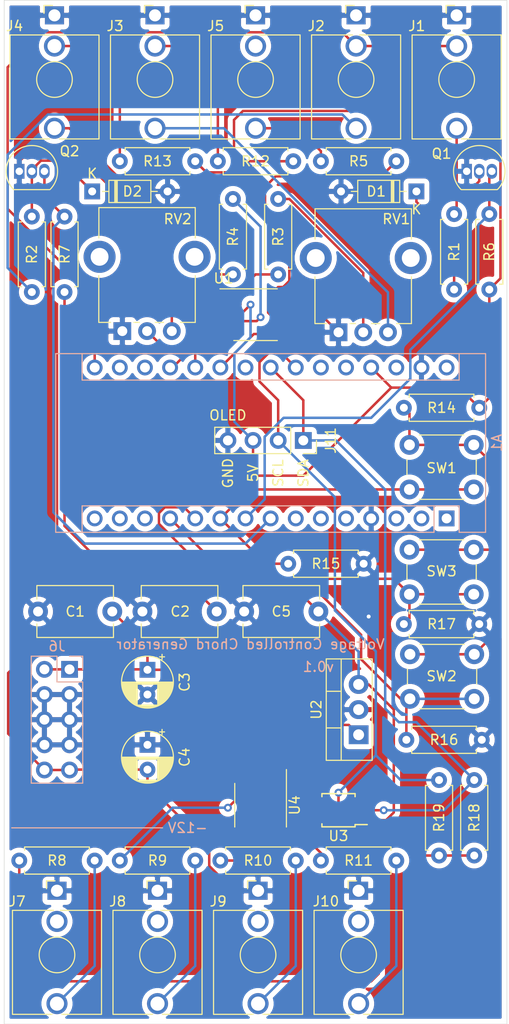
<source format=kicad_pcb>
(kicad_pcb (version 20171130) (host pcbnew 5.1.10-1.fc33)
  (layers (0 F.Cu signal) (31 B.Cu signal) (34 B.Paste user) (35 F.Paste user) (36 B.SilkS user) (37 F.SilkS user) (38 B.Mask user) (39 F.Mask user) (44 Edge.Cuts user))
  (net 0 "")
  (net 1 GND)
  (net 2 +5V)
  (net 3 melodyClock)
  (net 4 SCL)
  (net 5 chordClock)
  (net 6 SDA)
  (net 7 melody)
  (net 8 octave)
  (net 9 chord)
  (net 10 +12V)
  (net 11 -12V)
  (net 12 "Net-(D1-Pad1)")
  (net 13 "Net-(D2-Pad1)")
  (net 14 "Net-(J1-PadT)")
  (net 15 "Net-(J2-PadT)")
  (net 16 "Net-(J3-PadT)")
  (net 17 "Net-(J3-PadTN)")
  (net 18 "Net-(J4-PadT)")
  (net 19 "Net-(J4-PadTN)")
  (net 20 "Net-(J5-PadT)")
  (net 21 "Net-(J7-PadT)")
  (net 22 "Net-(J8-PadT)")
  (net 23 "Net-(J9-PadT)")
  (net 24 "Net-(J10-PadT)")
  (net 25 "Net-(R3-Pad2)")
  (net 26 "Net-(R3-Pad1)")
  (net 27 "Net-(R4-Pad2)")
  (net 28 "Net-(R4-Pad1)")
  (net 29 "Net-(R5-Pad1)")
  (net 30 "Net-(R8-Pad2)")
  (net 31 "Net-(R9-Pad2)")
  (net 32 "Net-(R10-Pad2)")
  (net 33 "Net-(R11-Pad2)")
  (net 34 "Net-(U1-Pad13)")
  (net 35 quant)
  (net 36 chord2)
  (net 37 chord1)
  (net 38 root)
  (net 39 defaultClock)
  (net 40 is_minor)
  (net 41 key_down)
  (net 42 key_up)
  (net 43 "Net-(R14-Pad1)")
  (module Resistor_THT:R_Axial_DIN0207_L6.3mm_D2.5mm_P7.62mm_Horizontal (layer F.Cu) (at 221.742 102.87 270)
    (fp_text reference R19 (at 3.81 0 90) (layer F.SilkS))
    (fp_text value 100K)
    (pad 2 thru_hole oval (at 7.62 0 270) (size 1.6 1.6) (drill 0.8) (layers *.Cu *.Mask) (net 2 +5V))
    (pad 1 thru_hole circle (at 0 0 270) (size 1.6 1.6) (drill 0.8) (layers *.Cu *.Mask) (net 4 SCL))
  )
  (module Resistor_THT:R_Axial_DIN0207_L6.3mm_D2.5mm_P7.62mm_Horizontal (layer F.Cu) (at 225.298 102.87 270)
    (fp_text reference R18 (at 3.81 0 90) (layer F.SilkS))
    (fp_text value 100K)
    (pad 2 thru_hole oval (at 7.62 0 270) (size 1.6 1.6) (drill 0.8) (layers *.Cu *.Mask) (net 2 +5V))
    (pad 1 thru_hole circle (at 0 0 270) (size 1.6 1.6) (drill 0.8) (layers *.Cu *.Mask) (net 6 SDA))
  )
  (module Connector_Audio:Jack_3.5mm_QingPu_WQP-PJ398SM_Vertical_CircularHoles (layer F.Cu) (at 213.36 25.654)
    (fp_text reference J2 (at -4.03 1.08 180) (layer F.SilkS))
    (fp_text value ChordClock)
    (pad T thru_hole circle (at 0 11.4 180) (size 2.13 2.13) (drill 1.43) (layers *.Cu *.Mask) (net 15 "Net-(J2-PadT)"))
    (pad S thru_hole rect (at 0 0 180) (size 1.93 1.83) (drill 1.22) (layers *.Cu *.Mask) (net 1 GND))
    (pad TN thru_hole circle (at 0 3.1 180) (size 2.13 2.13) (drill 1.42) (layers *.Cu *.Mask) (net 39 defaultClock))
  )
  (module Connector_Audio:Jack_3.5mm_QingPu_WQP-PJ398SM_Vertical_CircularHoles (layer F.Cu) (at 223.52 25.654)
    (fp_text reference J1 (at -4.03 1.08 180) (layer F.SilkS))
    (fp_text value MelodyClock)
    (pad T thru_hole circle (at 0 11.4 180) (size 2.13 2.13) (drill 1.43) (layers *.Cu *.Mask) (net 14 "Net-(J1-PadT)"))
    (pad S thru_hole rect (at 0 0 180) (size 1.93 1.83) (drill 1.22) (layers *.Cu *.Mask) (net 1 GND))
    (pad TN thru_hole circle (at 0 3.1 180) (size 2.13 2.13) (drill 1.42) (layers *.Cu *.Mask) (net 39 defaultClock))
  )
  (module Button_Switch_THT:SW_PUSH_6mm (layer F.Cu) (at 218.75 79.61)
    (fp_text reference SW3 (at 3.246 2.178) (layer F.SilkS))
    (fp_text value is_minor)
    (pad 1 thru_hole circle (at 6.5 0 90) (size 2 2) (drill 1.1) (layers *.Cu *.Mask) (net 43 "Net-(R14-Pad1)"))
    (pad 2 thru_hole circle (at 6.5 4.5 90) (size 2 2) (drill 1.1) (layers *.Cu *.Mask) (net 40 is_minor))
    (pad 1 thru_hole circle (at 0 0 90) (size 2 2) (drill 1.1) (layers *.Cu *.Mask) (net 43 "Net-(R14-Pad1)"))
    (pad 2 thru_hole circle (at 0 4.5 90) (size 2 2) (drill 1.1) (layers *.Cu *.Mask) (net 40 is_minor))
  )
  (module Button_Switch_THT:SW_PUSH_6mm (layer F.Cu) (at 218.798 90.17)
    (fp_text reference SW2 (at 3.198 2.214) (layer F.SilkS))
    (fp_text value Key_down)
    (pad 1 thru_hole circle (at 6.5 0 90) (size 2 2) (drill 1.1) (layers *.Cu *.Mask) (net 43 "Net-(R14-Pad1)"))
    (pad 2 thru_hole circle (at 6.5 4.5 90) (size 2 2) (drill 1.1) (layers *.Cu *.Mask) (net 41 key_down))
    (pad 1 thru_hole circle (at 0 0 90) (size 2 2) (drill 1.1) (layers *.Cu *.Mask) (net 43 "Net-(R14-Pad1)"))
    (pad 2 thru_hole circle (at 0 4.5 90) (size 2 2) (drill 1.1) (layers *.Cu *.Mask) (net 41 key_down))
  )
  (module Button_Switch_THT:SW_PUSH_6mm (layer F.Cu) (at 218.75 69.028)
    (fp_text reference SW1 (at 3.246 2.346) (layer F.SilkS))
    (fp_text value Key_Up)
    (pad 1 thru_hole circle (at 6.5 0 90) (size 2 2) (drill 1.1) (layers *.Cu *.Mask) (net 43 "Net-(R14-Pad1)"))
    (pad 2 thru_hole circle (at 6.5 4.5 90) (size 2 2) (drill 1.1) (layers *.Cu *.Mask) (net 42 key_up))
    (pad 1 thru_hole circle (at 0 0 90) (size 2 2) (drill 1.1) (layers *.Cu *.Mask) (net 43 "Net-(R14-Pad1)"))
    (pad 2 thru_hole circle (at 0 4.5 90) (size 2 2) (drill 1.1) (layers *.Cu *.Mask) (net 42 key_up))
  )
  (module Resistor_THT:R_Axial_DIN0207_L6.3mm_D2.5mm_P7.62mm_Horizontal (layer F.Cu) (at 225.806 87.122 180)
    (fp_text reference R17 (at 3.81 0) (layer F.SilkS))
    (fp_text value 100K)
    (pad 2 thru_hole oval (at 7.62 0 180) (size 1.6 1.6) (drill 0.8) (layers *.Cu *.Mask) (net 40 is_minor))
    (pad 1 thru_hole circle (at 0 0 180) (size 1.6 1.6) (drill 0.8) (layers *.Cu *.Mask) (net 1 GND))
  )
  (module Resistor_THT:R_Axial_DIN0207_L6.3mm_D2.5mm_P7.62mm_Horizontal (layer F.Cu) (at 226.06 98.806 180)
    (fp_text reference R16 (at 3.81 0) (layer F.SilkS))
    (fp_text value 100K)
    (pad 1 thru_hole circle (at 0 0 180) (size 1.6 1.6) (drill 0.8) (layers *.Cu *.Mask) (net 1 GND))
    (pad 2 thru_hole oval (at 7.62 0 180) (size 1.6 1.6) (drill 0.8) (layers *.Cu *.Mask) (net 41 key_down))
  )
  (module Resistor_THT:R_Axial_DIN0207_L6.3mm_D2.5mm_P7.62mm_Horizontal (layer F.Cu) (at 214.122 81.026 180)
    (fp_text reference R15 (at 3.81 0) (layer F.SilkS))
    (fp_text value 100K)
    (pad 2 thru_hole oval (at 7.62 0 180) (size 1.6 1.6) (drill 0.8) (layers *.Cu *.Mask) (net 42 key_up))
    (pad 1 thru_hole circle (at 0 0 180) (size 1.6 1.6) (drill 0.8) (layers *.Cu *.Mask) (net 1 GND))
  )
  (module Resistor_THT:R_Axial_DIN0207_L6.3mm_D2.5mm_P7.62mm_Horizontal (layer F.Cu) (at 218.186 65.278)
    (fp_text reference R14 (at 3.81 0) (layer F.SilkS))
    (fp_text value 10K)
    (pad 1 thru_hole circle (at 0 0) (size 1.6 1.6) (drill 0.8) (layers *.Cu *.Mask) (net 43 "Net-(R14-Pad1)"))
    (pad 2 thru_hole oval (at 7.62 0) (size 1.6 1.6) (drill 0.8) (layers *.Cu *.Mask) (net 2 +5V))
  )
  (module Connector_PinSocket_2.54mm:PinSocket_1x04_P2.54mm_Vertical (layer F.Cu) (at 208.026 68.58 270)
    (fp_text reference J11 (at 0 -2.77 90) (layer F.SilkS))
    (fp_text value oled)
    (pad 4 thru_hole oval (at 0 7.62 270) (size 1.7 1.7) (drill 1) (layers *.Cu *.Mask) (net 1 GND))
    (pad 3 thru_hole oval (at 0 5.08 270) (size 1.7 1.7) (drill 1) (layers *.Cu *.Mask) (net 2 +5V))
    (pad 2 thru_hole oval (at 0 2.54 270) (size 1.7 1.7) (drill 1) (layers *.Cu *.Mask) (net 4 SCL))
    (pad 1 thru_hole rect (at 0 0 270) (size 1.7 1.7) (drill 1) (layers *.Cu *.Mask) (net 6 SDA))
  )
  (module Resistor_THT:R_Axial_DIN0207_L6.3mm_D2.5mm_P7.62mm_Horizontal (layer F.Cu) (at 189.484 40.386)
    (fp_text reference R13 (at 3.81 0) (layer F.SilkS))
    (fp_text value 1K)
    (pad 2 thru_hole oval (at 7.62 0) (size 1.6 1.6) (drill 0.8) (layers *.Cu *.Mask) (net 2 +5V))
    (pad 1 thru_hole circle (at 0 0) (size 1.6 1.6) (drill 0.8) (layers *.Cu *.Mask) (net 19 "Net-(J4-PadTN)"))
  )
  (module Resistor_THT:R_Axial_DIN0207_L6.3mm_D2.5mm_P7.62mm_Horizontal (layer F.Cu) (at 199.39 40.386)
    (fp_text reference R12 (at 3.81 0) (layer F.SilkS))
    (fp_text value 1K)
    (pad 2 thru_hole oval (at 7.62 0) (size 1.6 1.6) (drill 0.8) (layers *.Cu *.Mask) (net 2 +5V))
    (pad 1 thru_hole circle (at 0 0) (size 1.6 1.6) (drill 0.8) (layers *.Cu *.Mask) (net 17 "Net-(J3-PadTN)"))
  )
  (module Connector_PinHeader_2.54mm:PinHeader_2x05_P2.54mm_Vertical (layer B.Cu) (at 184.404 91.694 180)
    (fp_text reference J6 (at 1.27 2.33) (layer B.SilkS) (effects (justify mirror)))
    (fp_text value Conn_02x05_Odd_Even)
    (pad 10 thru_hole oval (at 2.54 -10.16 180) (size 1.7 1.7) (drill 1) (layers *.Cu *.Mask) (net 11 -12V))
    (pad 9 thru_hole oval (at 0 -10.16 180) (size 1.7 1.7) (drill 1) (layers *.Cu *.Mask) (net 11 -12V))
    (pad 8 thru_hole oval (at 2.54 -7.62 180) (size 1.7 1.7) (drill 1) (layers *.Cu *.Mask) (net 1 GND))
    (pad 7 thru_hole oval (at 0 -7.62 180) (size 1.7 1.7) (drill 1) (layers *.Cu *.Mask) (net 1 GND))
    (pad 6 thru_hole oval (at 2.54 -5.08 180) (size 1.7 1.7) (drill 1) (layers *.Cu *.Mask) (net 1 GND))
    (pad 5 thru_hole oval (at 0 -5.08 180) (size 1.7 1.7) (drill 1) (layers *.Cu *.Mask) (net 1 GND))
    (pad 4 thru_hole oval (at 2.54 -2.54 180) (size 1.7 1.7) (drill 1) (layers *.Cu *.Mask) (net 1 GND))
    (pad 3 thru_hole oval (at 0 -2.54 180) (size 1.7 1.7) (drill 1) (layers *.Cu *.Mask) (net 1 GND))
    (pad 2 thru_hole oval (at 2.54 0 180) (size 1.7 1.7) (drill 1) (layers *.Cu *.Mask) (net 10 +12V))
    (pad 1 thru_hole rect (at 0 0 180) (size 1.7 1.7) (drill 1) (layers *.Cu *.Mask) (net 10 +12V))
  )
  (module Package_SO:TSSOP-14_4.4x5mm_P0.65mm (layer F.Cu) (at 203.708 105.41 270)
    (fp_text reference U4 (at 0 -3.45 90) (layer F.SilkS))
    (fp_text value TL074)
    (pad 14 smd roundrect (at 2.8625 -1.95 270) (size 1.475 0.4) (layers F.Cu F.Paste F.Mask) (net 33 "Net-(R11-Pad2)"))
    (pad 13 smd roundrect (at 2.8625 -1.3 270) (size 1.475 0.4) (layers F.Cu F.Paste F.Mask) (net 33 "Net-(R11-Pad2)"))
    (pad 12 smd roundrect (at 2.8625 -0.65 270) (size 1.475 0.4) (layers F.Cu F.Paste F.Mask) (net 35 quant))
    (pad 11 smd roundrect (at 2.8625 0 270) (size 1.475 0.4) (layers F.Cu F.Paste F.Mask) (net 11 -12V))
    (pad 10 smd roundrect (at 2.8625 0.65 270) (size 1.475 0.4) (layers F.Cu F.Paste F.Mask) (net 36 chord2))
    (pad 9 smd roundrect (at 2.8625 1.3 270) (size 1.475 0.4) (layers F.Cu F.Paste F.Mask) (net 32 "Net-(R10-Pad2)"))
    (pad 8 smd roundrect (at 2.8625 1.95 270) (size 1.475 0.4) (layers F.Cu F.Paste F.Mask) (net 32 "Net-(R10-Pad2)"))
    (pad 7 smd roundrect (at -2.8625 1.95 270) (size 1.475 0.4) (layers F.Cu F.Paste F.Mask) (net 31 "Net-(R9-Pad2)"))
    (pad 6 smd roundrect (at -2.8625 1.3 270) (size 1.475 0.4) (layers F.Cu F.Paste F.Mask) (net 31 "Net-(R9-Pad2)"))
    (pad 5 smd roundrect (at -2.8625 0.65 270) (size 1.475 0.4) (layers F.Cu F.Paste F.Mask) (net 37 chord1))
    (pad 4 smd roundrect (at -2.8625 0 270) (size 1.475 0.4) (layers F.Cu F.Paste F.Mask) (net 10 +12V))
    (pad 3 smd roundrect (at -2.8625 -0.65 270) (size 1.475 0.4) (layers F.Cu F.Paste F.Mask) (net 38 root))
    (pad 2 smd roundrect (at -2.8625 -1.3 270) (size 1.475 0.4) (layers F.Cu F.Paste F.Mask) (net 30 "Net-(R8-Pad2)"))
    (pad 1 smd roundrect (at -2.8625 -1.95 270) (size 1.475 0.4) (layers F.Cu F.Paste F.Mask) (net 30 "Net-(R8-Pad2)"))
  )
  (module Package_SO:MSOP-10_3x3mm_P0.5mm (layer F.Cu) (at 211.582 105.918 180)
    (fp_text reference U3 (at 0 -2.6) (layer F.SilkS))
    (fp_text value MCP4728)
    (pad 10 smd rect (at 2.2 -1 180) (size 1.4 0.3) (layers F.Cu F.Paste F.Mask) (net 1 GND))
    (pad 9 smd rect (at 2.2 -0.5 180) (size 1.4 0.3) (layers F.Cu F.Paste F.Mask) (net 35 quant))
    (pad 8 smd rect (at 2.2 0 180) (size 1.4 0.3) (layers F.Cu F.Paste F.Mask) (net 36 chord2))
    (pad 7 smd rect (at 2.2 0.5 180) (size 1.4 0.3) (layers F.Cu F.Paste F.Mask) (net 37 chord1))
    (pad 6 smd rect (at 2.2 1 180) (size 1.4 0.3) (layers F.Cu F.Paste F.Mask) (net 38 root))
    (pad 5 smd rect (at -2.2 1 180) (size 1.4 0.3) (layers F.Cu F.Paste F.Mask))
    (pad 4 smd rect (at -2.2 0.5 180) (size 1.4 0.3) (layers F.Cu F.Paste F.Mask))
    (pad 3 smd rect (at -2.2 0 180) (size 1.4 0.3) (layers F.Cu F.Paste F.Mask) (net 6 SDA))
    (pad 2 smd rect (at -2.2 -0.5 180) (size 1.4 0.3) (layers F.Cu F.Paste F.Mask) (net 4 SCL))
    (pad 1 smd rect (at -2.2 -1 180) (size 1.4 0.3) (layers F.Cu F.Paste F.Mask) (net 2 +5V))
  )
  (module Package_TO_SOT_THT:TO-220-3_Vertical (layer F.Cu) (at 213.614 98.298 90)
    (fp_text reference U2 (at 2.54 -4.27 90) (layer F.SilkS))
    (fp_text value LM7805_TO220)
    (pad 3 thru_hole oval (at 5.08 0 90) (size 1.905 2) (drill 1.1) (layers *.Cu *.Mask) (net 2 +5V))
    (pad 2 thru_hole oval (at 2.54 0 90) (size 1.905 2) (drill 1.1) (layers *.Cu *.Mask) (net 1 GND))
    (pad 1 thru_hole rect (at 0 0 90) (size 1.905 2) (drill 1.1) (layers *.Cu *.Mask) (net 10 +12V))
  )
  (module Package_SO:TSSOP-14_4.4x5mm_P0.65mm (layer F.Cu) (at 203.2 55.88)
    (fp_text reference U1 (at -3.2335 -3.668) (layer F.SilkS))
    (fp_text value MCP6004)
    (pad 14 smd roundrect (at 2.8625 -1.95) (size 1.475 0.4) (layers F.Cu F.Paste F.Mask) (net 34 "Net-(U1-Pad13)"))
    (pad 13 smd roundrect (at 2.8625 -1.3) (size 1.475 0.4) (layers F.Cu F.Paste F.Mask) (net 34 "Net-(U1-Pad13)"))
    (pad 12 smd roundrect (at 2.8625 -0.65) (size 1.475 0.4) (layers F.Cu F.Paste F.Mask) (net 1 GND))
    (pad 11 smd roundrect (at 2.8625 0) (size 1.475 0.4) (layers F.Cu F.Paste F.Mask) (net 1 GND))
    (pad 10 smd roundrect (at 2.8625 0.65) (size 1.475 0.4) (layers F.Cu F.Paste F.Mask) (net 29 "Net-(R5-Pad1)"))
    (pad 9 smd roundrect (at 2.8625 1.3) (size 1.475 0.4) (layers F.Cu F.Paste F.Mask) (net 7 melody))
    (pad 8 smd roundrect (at 2.8625 1.95) (size 1.475 0.4) (layers F.Cu F.Paste F.Mask) (net 7 melody))
    (pad 7 smd roundrect (at -2.8625 1.95) (size 1.475 0.4) (layers F.Cu F.Paste F.Mask) (net 8 octave))
    (pad 6 smd roundrect (at -2.8625 1.3) (size 1.475 0.4) (layers F.Cu F.Paste F.Mask) (net 8 octave))
    (pad 5 smd roundrect (at -2.8625 0.65) (size 1.475 0.4) (layers F.Cu F.Paste F.Mask) (net 28 "Net-(R4-Pad1)"))
    (pad 4 smd roundrect (at -2.8625 0) (size 1.475 0.4) (layers F.Cu F.Paste F.Mask) (net 2 +5V))
    (pad 3 smd roundrect (at -2.8625 -0.65) (size 1.475 0.4) (layers F.Cu F.Paste F.Mask) (net 26 "Net-(R3-Pad1)"))
    (pad 2 smd roundrect (at -2.8625 -1.3) (size 1.475 0.4) (layers F.Cu F.Paste F.Mask) (net 9 chord))
    (pad 1 smd roundrect (at -2.8625 -1.95) (size 1.475 0.4) (layers F.Cu F.Paste F.Mask) (net 9 chord))
  )
  (module Potentiometer_THT:Potentiometer_Alpha_RD901F-40-00D_Single_Vertical_CircularHoles (layer F.Cu) (at 189.738 57.538 90)
    (fp_text reference RV2 (at 11.31 5.588) (layer F.SilkS))
    (fp_text value Octave)
    (pad "" thru_hole circle (at 7.5 -2.3 180) (size 3.24 3.24) (drill 1.8) (layers *.Cu *.Mask))
    (pad "" thru_hole circle (at 7.5 7.3 180) (size 3.24 3.24) (drill 1.8) (layers *.Cu *.Mask))
    (pad 3 thru_hole circle (at 0 5 180) (size 1.8 1.8) (drill 1) (layers *.Cu *.Mask) (net 18 "Net-(J4-PadT)"))
    (pad 2 thru_hole circle (at 0 2.5 180) (size 1.8 1.8) (drill 1) (layers *.Cu *.Mask) (net 27 "Net-(R4-Pad2)"))
    (pad 1 thru_hole rect (at 0 0 180) (size 1.8 1.8) (drill 1) (layers *.Cu *.Mask) (net 1 GND))
  )
  (module Potentiometer_THT:Potentiometer_Alpha_RD901F-40-00D_Single_Vertical_CircularHoles (layer F.Cu) (at 211.582 57.658 90)
    (fp_text reference RV1 (at 11.43 5.842) (layer F.SilkS))
    (fp_text value Chord)
    (pad "" thru_hole circle (at 7.5 -2.3 180) (size 3.24 3.24) (drill 1.8) (layers *.Cu *.Mask))
    (pad "" thru_hole circle (at 7.5 7.3 180) (size 3.24 3.24) (drill 1.8) (layers *.Cu *.Mask))
    (pad 3 thru_hole circle (at 0 5 180) (size 1.8 1.8) (drill 1) (layers *.Cu *.Mask) (net 16 "Net-(J3-PadT)"))
    (pad 2 thru_hole circle (at 0 2.5 180) (size 1.8 1.8) (drill 1) (layers *.Cu *.Mask) (net 25 "Net-(R3-Pad2)"))
    (pad 1 thru_hole rect (at 0 0 180) (size 1.8 1.8) (drill 1) (layers *.Cu *.Mask) (net 1 GND))
  )
  (module Resistor_THT:R_Axial_DIN0207_L6.3mm_D2.5mm_P7.62mm_Horizontal (layer F.Cu) (at 217.424 110.998 180)
    (fp_text reference R11 (at 3.81 0) (layer F.SilkS))
    (fp_text value 1K)
    (pad 2 thru_hole oval (at 7.62 0 180) (size 1.6 1.6) (drill 0.8) (layers *.Cu *.Mask) (net 33 "Net-(R11-Pad2)"))
    (pad 1 thru_hole circle (at 0 0 180) (size 1.6 1.6) (drill 0.8) (layers *.Cu *.Mask) (net 24 "Net-(J10-PadT)"))
  )
  (module Resistor_THT:R_Axial_DIN0207_L6.3mm_D2.5mm_P7.62mm_Horizontal (layer F.Cu) (at 207.264 110.998 180)
    (fp_text reference R10 (at 3.81 0) (layer F.SilkS))
    (fp_text value 1K)
    (pad 2 thru_hole oval (at 7.62 0 180) (size 1.6 1.6) (drill 0.8) (layers *.Cu *.Mask) (net 32 "Net-(R10-Pad2)"))
    (pad 1 thru_hole circle (at 0 0 180) (size 1.6 1.6) (drill 0.8) (layers *.Cu *.Mask) (net 23 "Net-(J9-PadT)"))
  )
  (module Resistor_THT:R_Axial_DIN0207_L6.3mm_D2.5mm_P7.62mm_Horizontal (layer F.Cu) (at 197.104 110.998 180)
    (fp_text reference R9 (at 3.81 0) (layer F.SilkS))
    (fp_text value 1K)
    (pad 2 thru_hole oval (at 7.62 0 180) (size 1.6 1.6) (drill 0.8) (layers *.Cu *.Mask) (net 31 "Net-(R9-Pad2)"))
    (pad 1 thru_hole circle (at 0 0 180) (size 1.6 1.6) (drill 0.8) (layers *.Cu *.Mask) (net 22 "Net-(J8-PadT)"))
  )
  (module Resistor_THT:R_Axial_DIN0207_L6.3mm_D2.5mm_P7.62mm_Horizontal (layer F.Cu) (at 186.944 110.998 180)
    (fp_text reference R8 (at 3.81 0) (layer F.SilkS))
    (fp_text value 1K)
    (pad 2 thru_hole oval (at 7.62 0 180) (size 1.6 1.6) (drill 0.8) (layers *.Cu *.Mask) (net 30 "Net-(R8-Pad2)"))
    (pad 1 thru_hole circle (at 0 0 180) (size 1.6 1.6) (drill 0.8) (layers *.Cu *.Mask) (net 21 "Net-(J7-PadT)"))
  )
  (module Resistor_THT:R_Axial_DIN0207_L6.3mm_D2.5mm_P7.62mm_Horizontal (layer F.Cu) (at 183.896 45.974 270)
    (fp_text reference R7 (at 3.81 0 90) (layer F.SilkS))
    (fp_text value 10K)
    (pad 2 thru_hole oval (at 7.62 0 270) (size 1.6 1.6) (drill 0.8) (layers *.Cu *.Mask) (net 2 +5V))
    (pad 1 thru_hole circle (at 0 0 270) (size 1.6 1.6) (drill 0.8) (layers *.Cu *.Mask) (net 5 chordClock))
  )
  (module Resistor_THT:R_Axial_DIN0207_L6.3mm_D2.5mm_P7.62mm_Horizontal (layer F.Cu) (at 226.822 45.72 270)
    (fp_text reference R6 (at 3.81 0 90) (layer F.SilkS))
    (fp_text value 10K)
    (pad 2 thru_hole oval (at 7.62 0 270) (size 1.6 1.6) (drill 0.8) (layers *.Cu *.Mask) (net 2 +5V))
    (pad 1 thru_hole circle (at 0 0 270) (size 1.6 1.6) (drill 0.8) (layers *.Cu *.Mask) (net 3 melodyClock))
  )
  (module Resistor_THT:R_Axial_DIN0207_L6.3mm_D2.5mm_P7.62mm_Horizontal (layer F.Cu) (at 217.424 40.386 180)
    (fp_text reference R5 (at 3.81 0) (layer F.SilkS))
    (fp_text value 100K)
    (pad 2 thru_hole oval (at 7.62 0 180) (size 1.6 1.6) (drill 0.8) (layers *.Cu *.Mask) (net 20 "Net-(J5-PadT)"))
    (pad 1 thru_hole circle (at 0 0 180) (size 1.6 1.6) (drill 0.8) (layers *.Cu *.Mask) (net 29 "Net-(R5-Pad1)"))
  )
  (module Resistor_THT:R_Axial_DIN0207_L6.3mm_D2.5mm_P7.62mm_Horizontal (layer F.Cu) (at 200.914 44.196 270)
    (fp_text reference R4 (at 3.81 0 90) (layer F.SilkS))
    (fp_text value 100K)
    (pad 2 thru_hole oval (at 7.62 0 270) (size 1.6 1.6) (drill 0.8) (layers *.Cu *.Mask) (net 27 "Net-(R4-Pad2)"))
    (pad 1 thru_hole circle (at 0 0 270) (size 1.6 1.6) (drill 0.8) (layers *.Cu *.Mask) (net 28 "Net-(R4-Pad1)"))
  )
  (module Resistor_THT:R_Axial_DIN0207_L6.3mm_D2.5mm_P7.62mm_Horizontal (layer F.Cu) (at 205.486 51.816 90)
    (fp_text reference R3 (at 3.81 0 90) (layer F.SilkS))
    (fp_text value 100K)
    (pad 2 thru_hole oval (at 7.62 0 90) (size 1.6 1.6) (drill 0.8) (layers *.Cu *.Mask) (net 25 "Net-(R3-Pad2)"))
    (pad 1 thru_hole circle (at 0 0 90) (size 1.6 1.6) (drill 0.8) (layers *.Cu *.Mask) (net 26 "Net-(R3-Pad1)"))
  )
  (module Resistor_THT:R_Axial_DIN0207_L6.3mm_D2.5mm_P7.62mm_Horizontal (layer F.Cu) (at 180.594 45.974 270)
    (fp_text reference R2 (at 3.81 0 90) (layer F.SilkS))
    (fp_text value 100K)
    (pad 2 thru_hole oval (at 7.62 0 270) (size 1.6 1.6) (drill 0.8) (layers *.Cu *.Mask) (net 15 "Net-(J2-PadT)"))
    (pad 1 thru_hole circle (at 0 0 270) (size 1.6 1.6) (drill 0.8) (layers *.Cu *.Mask) (net 13 "Net-(D2-Pad1)"))
  )
  (module Resistor_THT:R_Axial_DIN0207_L6.3mm_D2.5mm_P7.62mm_Horizontal (layer F.Cu) (at 223.266 53.34 90)
    (fp_text reference R1 (at 3.81 0 90) (layer F.SilkS))
    (fp_text value 100K)
    (pad 2 thru_hole oval (at 7.62 0 90) (size 1.6 1.6) (drill 0.8) (layers *.Cu *.Mask) (net 14 "Net-(J1-PadT)"))
    (pad 1 thru_hole circle (at 0 0 90) (size 1.6 1.6) (drill 0.8) (layers *.Cu *.Mask) (net 12 "Net-(D1-Pad1)"))
  )
  (module Package_TO_SOT_THT:TO-92_Inline (layer F.Cu) (at 179.324 41.402)
    (fp_text reference Q2 (at 5.08 -2.032) (layer F.SilkS))
    (fp_text value 2N3904)
    (pad 1 thru_hole rect (at 0 0) (size 1.05 1.5) (drill 0.75) (layers *.Cu *.Mask) (net 1 GND))
    (pad 3 thru_hole oval (at 2.54 0) (size 1.05 1.5) (drill 0.75) (layers *.Cu *.Mask) (net 5 chordClock))
    (pad 2 thru_hole oval (at 1.27 0) (size 1.05 1.5) (drill 0.75) (layers *.Cu *.Mask) (net 13 "Net-(D2-Pad1)"))
  )
  (module Package_TO_SOT_THT:TO-92_Inline (layer F.Cu) (at 224.536 41.402)
    (fp_text reference Q1 (at -2.54 -1.778) (layer F.SilkS))
    (fp_text value 2N3904)
    (pad 1 thru_hole rect (at 0 0) (size 1.05 1.5) (drill 0.75) (layers *.Cu *.Mask) (net 1 GND))
    (pad 3 thru_hole oval (at 2.54 0) (size 1.05 1.5) (drill 0.75) (layers *.Cu *.Mask) (net 3 melodyClock))
    (pad 2 thru_hole oval (at 1.27 0) (size 1.05 1.5) (drill 0.75) (layers *.Cu *.Mask) (net 12 "Net-(D1-Pad1)"))
  )
  (module Connector_Audio:Jack_3.5mm_QingPu_WQP-PJ398SM_Vertical_CircularHoles (layer F.Cu) (at 213.614 114.046)
    (fp_text reference J10 (at -3.302 1.068 180) (layer F.SilkS))
    (fp_text value melody)
    (pad T thru_hole circle (at 0 11.4 180) (size 2.13 2.13) (drill 1.43) (layers *.Cu *.Mask) (net 24 "Net-(J10-PadT)"))
    (pad S thru_hole rect (at 0 0 180) (size 1.93 1.83) (drill 1.22) (layers *.Cu *.Mask) (net 1 GND))
    (pad TN thru_hole circle (at 0 3.1 180) (size 2.13 2.13) (drill 1.42) (layers *.Cu *.Mask))
  )
  (module Connector_Audio:Jack_3.5mm_QingPu_WQP-PJ398SM_Vertical_CircularHoles (layer F.Cu) (at 203.454 114.046)
    (fp_text reference J9 (at -4.03 1.08 180) (layer F.SilkS))
    (fp_text value chord2)
    (pad T thru_hole circle (at 0 11.4 180) (size 2.13 2.13) (drill 1.43) (layers *.Cu *.Mask) (net 23 "Net-(J9-PadT)"))
    (pad S thru_hole rect (at 0 0 180) (size 1.93 1.83) (drill 1.22) (layers *.Cu *.Mask) (net 1 GND))
    (pad TN thru_hole circle (at 0 3.1 180) (size 2.13 2.13) (drill 1.42) (layers *.Cu *.Mask))
  )
  (module Connector_Audio:Jack_3.5mm_QingPu_WQP-PJ398SM_Vertical_CircularHoles (layer F.Cu) (at 193.294 114.046)
    (fp_text reference J8 (at -4.03 1.08 180) (layer F.SilkS))
    (fp_text value chord1)
    (pad T thru_hole circle (at 0 11.4 180) (size 2.13 2.13) (drill 1.43) (layers *.Cu *.Mask) (net 22 "Net-(J8-PadT)"))
    (pad S thru_hole rect (at 0 0 180) (size 1.93 1.83) (drill 1.22) (layers *.Cu *.Mask) (net 1 GND))
    (pad TN thru_hole circle (at 0 3.1 180) (size 2.13 2.13) (drill 1.42) (layers *.Cu *.Mask))
  )
  (module Connector_Audio:Jack_3.5mm_QingPu_WQP-PJ398SM_Vertical_CircularHoles (layer F.Cu) (at 183.134 114.046)
    (fp_text reference J7 (at -4.03 1.08 180) (layer F.SilkS))
    (fp_text value root)
    (pad T thru_hole circle (at 0 11.4 180) (size 2.13 2.13) (drill 1.43) (layers *.Cu *.Mask) (net 21 "Net-(J7-PadT)"))
    (pad S thru_hole rect (at 0 0 180) (size 1.93 1.83) (drill 1.22) (layers *.Cu *.Mask) (net 1 GND))
    (pad TN thru_hole circle (at 0 3.1 180) (size 2.13 2.13) (drill 1.42) (layers *.Cu *.Mask))
  )
  (module Connector_Audio:Jack_3.5mm_QingPu_WQP-PJ398SM_Vertical_CircularHoles (layer F.Cu) (at 203.2 25.654)
    (fp_text reference J5 (at -4.03 1.08 180) (layer F.SilkS))
    (fp_text value MelodyCV)
    (pad T thru_hole circle (at 0 11.4 180) (size 2.13 2.13) (drill 1.43) (layers *.Cu *.Mask) (net 20 "Net-(J5-PadT)"))
    (pad S thru_hole rect (at 0 0 180) (size 1.93 1.83) (drill 1.22) (layers *.Cu *.Mask) (net 1 GND))
    (pad TN thru_hole circle (at 0 3.1 180) (size 2.13 2.13) (drill 1.42) (layers *.Cu *.Mask))
  )
  (module Connector_Audio:Jack_3.5mm_QingPu_WQP-PJ398SM_Vertical_CircularHoles (layer F.Cu) (at 182.88 25.654)
    (fp_text reference J4 (at -4.03 1.08 180) (layer F.SilkS))
    (fp_text value OctaveCV)
    (pad T thru_hole circle (at 0 11.4 180) (size 2.13 2.13) (drill 1.43) (layers *.Cu *.Mask) (net 18 "Net-(J4-PadT)"))
    (pad S thru_hole rect (at 0 0 180) (size 1.93 1.83) (drill 1.22) (layers *.Cu *.Mask) (net 1 GND))
    (pad TN thru_hole circle (at 0 3.1 180) (size 2.13 2.13) (drill 1.42) (layers *.Cu *.Mask) (net 19 "Net-(J4-PadTN)"))
  )
  (module Connector_Audio:Jack_3.5mm_QingPu_WQP-PJ398SM_Vertical_CircularHoles (layer F.Cu) (at 193.04 25.654)
    (fp_text reference J3 (at -4.03 1.08 180) (layer F.SilkS))
    (fp_text value ChordCV)
    (pad T thru_hole circle (at 0 11.4 180) (size 2.13 2.13) (drill 1.43) (layers *.Cu *.Mask) (net 16 "Net-(J3-PadT)"))
    (pad S thru_hole rect (at 0 0 180) (size 1.93 1.83) (drill 1.22) (layers *.Cu *.Mask) (net 1 GND))
    (pad TN thru_hole circle (at 0 3.1 180) (size 2.13 2.13) (drill 1.42) (layers *.Cu *.Mask) (net 17 "Net-(J3-PadTN)"))
  )
  (module Diode_THT:D_DO-35_SOD27_P7.62mm_Horizontal (layer F.Cu) (at 186.69 43.434)
    (fp_text reference D2 (at 4.064 0) (layer F.SilkS))
    (fp_text value 1N4148)
    (fp_text user K (at 0 -1.8) (layer F.SilkS))
    (pad 2 thru_hole oval (at 7.62 0) (size 1.6 1.6) (drill 0.8) (layers *.Cu *.Mask) (net 1 GND))
    (pad 1 thru_hole rect (at 0 0) (size 1.6 1.6) (drill 0.8) (layers *.Cu *.Mask) (net 13 "Net-(D2-Pad1)"))
  )
  (module Diode_THT:D_DO-35_SOD27_P7.62mm_Horizontal (layer F.Cu) (at 219.456 43.434 180)
    (fp_text reference D1 (at 4.064 0) (layer F.SilkS))
    (fp_text value 1N4148)
    (fp_text user K (at 0 -1.8) (layer F.SilkS))
    (pad 2 thru_hole oval (at 7.62 0 180) (size 1.6 1.6) (drill 0.8) (layers *.Cu *.Mask) (net 1 GND))
    (pad 1 thru_hole rect (at 0 0 180) (size 1.6 1.6) (drill 0.8) (layers *.Cu *.Mask) (net 12 "Net-(D1-Pad1)"))
  )
  (module Capacitor_THT:C_Disc_D7.5mm_W5.0mm_P7.50mm (layer F.Cu) (at 209.55 85.852 180)
    (fp_text reference C5 (at 3.75 0) (layer F.SilkS))
    (fp_text value 10n)
    (pad 2 thru_hole circle (at 7.5 0 180) (size 2 2) (drill 1) (layers *.Cu *.Mask) (net 1 GND))
    (pad 1 thru_hole circle (at 0 0 180) (size 2 2) (drill 1) (layers *.Cu *.Mask) (net 2 +5V))
  )
  (module Capacitor_THT:CP_Radial_D5.0mm_P2.50mm (layer F.Cu) (at 192.278 99.314 270)
    (fp_text reference C4 (at 1.25 -3.75 90) (layer F.SilkS))
    (fp_text value 10u)
    (pad 2 thru_hole circle (at 2.5 0 270) (size 1.6 1.6) (drill 0.8) (layers *.Cu *.Mask) (net 11 -12V))
    (pad 1 thru_hole rect (at 0 0 270) (size 1.6 1.6) (drill 0.8) (layers *.Cu *.Mask) (net 1 GND))
  )
  (module Capacitor_THT:CP_Radial_D5.0mm_P2.50mm (layer F.Cu) (at 192.278 91.734 270)
    (fp_text reference C3 (at 1.25 -3.75 90) (layer F.SilkS))
    (fp_text value 10u)
    (pad 2 thru_hole circle (at 2.5 0 270) (size 1.6 1.6) (drill 0.8) (layers *.Cu *.Mask) (net 1 GND))
    (pad 1 thru_hole rect (at 0 0 270) (size 1.6 1.6) (drill 0.8) (layers *.Cu *.Mask) (net 10 +12V))
  )
  (module Capacitor_THT:C_Disc_D7.5mm_W5.0mm_P7.50mm (layer F.Cu) (at 191.77 85.852)
    (fp_text reference C2 (at 3.81 0) (layer F.SilkS))
    (fp_text value 10n)
    (pad 2 thru_hole circle (at 7.5 0) (size 2 2) (drill 1) (layers *.Cu *.Mask) (net 11 -12V))
    (pad 1 thru_hole circle (at 0 0) (size 2 2) (drill 1) (layers *.Cu *.Mask) (net 1 GND))
  )
  (module Capacitor_THT:C_Disc_D7.5mm_W5.0mm_P7.50mm (layer F.Cu) (at 188.722 85.852 180)
    (fp_text reference C1 (at 3.75 0) (layer F.SilkS))
    (fp_text value 10n)
    (pad 2 thru_hole circle (at 7.5 0 180) (size 2 2) (drill 1) (layers *.Cu *.Mask) (net 1 GND))
    (pad 1 thru_hole circle (at 0 0 180) (size 2 2) (drill 1) (layers *.Cu *.Mask) (net 10 +12V))
  )
  (module Module:Arduino_Nano (layer B.Cu) (at 222.504 76.454 90)
    (fp_text reference A1 (at 7.62 5.08 270) (layer B.SilkS) (effects (justify mirror)))
    (fp_text value Arduino_Nano_v3.x)
    (pad 16 thru_hole oval (at 15.24 -35.56 90) (size 1.6 1.6) (drill 1) (layers *.Cu *.Mask) (net 39 defaultClock))
    (pad 15 thru_hole oval (at 0 -35.56 90) (size 1.6 1.6) (drill 1) (layers *.Cu *.Mask))
    (pad 30 thru_hole oval (at 15.24 0 90) (size 1.6 1.6) (drill 1) (layers *.Cu *.Mask))
    (pad 14 thru_hole oval (at 0 -33.02 90) (size 1.6 1.6) (drill 1) (layers *.Cu *.Mask))
    (pad 29 thru_hole oval (at 15.24 -2.54 90) (size 1.6 1.6) (drill 1) (layers *.Cu *.Mask) (net 1 GND))
    (pad 13 thru_hole oval (at 0 -30.48 90) (size 1.6 1.6) (drill 1) (layers *.Cu *.Mask))
    (pad 28 thru_hole oval (at 15.24 -5.08 90) (size 1.6 1.6) (drill 1) (layers *.Cu *.Mask))
    (pad 12 thru_hole oval (at 0 -27.94 90) (size 1.6 1.6) (drill 1) (layers *.Cu *.Mask) (net 40 is_minor))
    (pad 27 thru_hole oval (at 15.24 -7.62 90) (size 1.6 1.6) (drill 1) (layers *.Cu *.Mask) (net 2 +5V))
    (pad 11 thru_hole oval (at 0 -25.4 90) (size 1.6 1.6) (drill 1) (layers *.Cu *.Mask) (net 41 key_down))
    (pad 26 thru_hole oval (at 15.24 -10.16 90) (size 1.6 1.6) (drill 1) (layers *.Cu *.Mask))
    (pad 10 thru_hole oval (at 0 -22.86 90) (size 1.6 1.6) (drill 1) (layers *.Cu *.Mask) (net 42 key_up))
    (pad 25 thru_hole oval (at 15.24 -12.7 90) (size 1.6 1.6) (drill 1) (layers *.Cu *.Mask))
    (pad 9 thru_hole oval (at 0 -20.32 90) (size 1.6 1.6) (drill 1) (layers *.Cu *.Mask) (net 3 melodyClock))
    (pad 24 thru_hole oval (at 15.24 -15.24 90) (size 1.6 1.6) (drill 1) (layers *.Cu *.Mask) (net 4 SCL))
    (pad 8 thru_hole oval (at 0 -17.78 90) (size 1.6 1.6) (drill 1) (layers *.Cu *.Mask) (net 5 chordClock))
    (pad 23 thru_hole oval (at 15.24 -17.78 90) (size 1.6 1.6) (drill 1) (layers *.Cu *.Mask) (net 6 SDA))
    (pad 7 thru_hole oval (at 0 -15.24 90) (size 1.6 1.6) (drill 1) (layers *.Cu *.Mask))
    (pad 22 thru_hole oval (at 15.24 -20.32 90) (size 1.6 1.6) (drill 1) (layers *.Cu *.Mask))
    (pad 6 thru_hole oval (at 0 -12.7 90) (size 1.6 1.6) (drill 1) (layers *.Cu *.Mask))
    (pad 21 thru_hole oval (at 15.24 -22.86 90) (size 1.6 1.6) (drill 1) (layers *.Cu *.Mask) (net 7 melody))
    (pad 5 thru_hole oval (at 0 -10.16 90) (size 1.6 1.6) (drill 1) (layers *.Cu *.Mask))
    (pad 20 thru_hole oval (at 15.24 -25.4 90) (size 1.6 1.6) (drill 1) (layers *.Cu *.Mask) (net 8 octave))
    (pad 4 thru_hole oval (at 0 -7.62 90) (size 1.6 1.6) (drill 1) (layers *.Cu *.Mask) (net 1 GND))
    (pad 19 thru_hole oval (at 15.24 -27.94 90) (size 1.6 1.6) (drill 1) (layers *.Cu *.Mask) (net 9 chord))
    (pad 3 thru_hole oval (at 0 -5.08 90) (size 1.6 1.6) (drill 1) (layers *.Cu *.Mask))
    (pad 18 thru_hole oval (at 15.24 -30.48 90) (size 1.6 1.6) (drill 1) (layers *.Cu *.Mask))
    (pad 2 thru_hole oval (at 0 -2.54 90) (size 1.6 1.6) (drill 1) (layers *.Cu *.Mask))
    (pad 17 thru_hole oval (at 15.24 -33.02 90) (size 1.6 1.6) (drill 1) (layers *.Cu *.Mask))
    (pad 1 thru_hole rect (at 0 0 90) (size 1.6 1.6) (drill 1) (layers *.Cu *.Mask))
  )
  (gr_line (start 177.8 127.508) (end 177.8 24.13) (layer Edge.Cuts) (width 0.05))
  (gr_line (start 228.6 127.508) (end 228.6 24.13) (layer Edge.Cuts) (width 0.05))
  (gr_line (start 177.8 127.508) (end 228.6 127.508) (layer Edge.Cuts) (width 0.05))
  (gr_line (start 228.6 24.13) (end 177.8 24.13) (layer Edge.Cuts) (width 0.05))
  (gr_text OLED (at 200.406 66.04) (layer F.SilkS) (effects (font (size 1 1))))
  (gr_text GND (at 200.406 71.882 90) (layer F.SilkS) (effects (font (size 1 1))))
  (gr_text "5V\n" (at 202.946 71.882 90) (layer F.SilkS) (effects (font (size 1 1))))
  (gr_text "SCL\n" (at 205.486 71.882 90) (layer F.SilkS) (effects (font (size 1 1))))
  (gr_text SDA (at 208.026 71.882 90) (layer F.SilkS) (effects (font (size 1 1))))
  (gr_text v0.1 (at 209.55 91.44) (layer B.SilkS) (effects (font (size 1 1)) (justify mirror)))
  (gr_text "Voltage Controlled Chord Generator" (at 202.692 89.154) (layer B.SilkS) (effects (font (size 1 1)) (justify mirror)))
  (gr_text -12V (at 196.342 107.696) (layer B.SilkS) (effects (font (size 1 1)) (justify mirror)))
  (gr_line (start 178.562 107.696) (end 193.802 107.696) (layer B.SilkS) (width 0.12))
  (segment (start 179.324 41.402) (end 179.324 40.402) (width 0.25) (layer F.Cu) (net 1))
  (segment (start 180.102 39.624) (end 180.094 39.632) (width 0.25) (layer F.Cu) (net 1))
  (segment (start 185.166 39.624) (end 180.102 39.624) (width 0.25) (layer F.Cu) (net 1))
  (segment (start 188.976 43.434) (end 185.166 39.624) (width 0.25) (layer F.Cu) (net 1))
  (segment (start 194.31 43.434) (end 188.976 43.434) (width 0.25) (layer F.Cu) (net 1))
  (segment (start 179.324 40.402) (end 180.094 39.632) (width 0.25) (layer F.Cu) (net 1))
  (segment (start 206.0625 55.23) (end 206.0625 55.88) (width 0.25) (layer F.Cu) (net 1))
  (segment (start 209.804 55.88) (end 211.582 57.658) (width 0.25) (layer F.Cu) (net 1))
  (segment (start 206.0625 55.88) (end 209.804 55.88) (width 0.25) (layer F.Cu) (net 1))
  (segment (start 213.614 109.728) (end 213.614 114.046) (width 0.25) (layer F.Cu) (net 1))
  (via (at 214.63 86.36) (size 0.8) (drill 0.4) (layers F.Cu B.Cu) (net 1))
  (segment (start 210.804 106.918) (end 213.614 109.728) (width 0.25) (layer F.Cu) (net 1))
  (segment (start 209.382 106.918) (end 210.804 106.918) (width 0.25) (layer F.Cu) (net 1))
  (segment (start 226.822 64.262) (end 225.806 65.278) (width 0.25) (layer F.Cu) (net 2))
  (segment (start 226.822 53.34) (end 226.822 64.262) (width 0.25) (layer F.Cu) (net 2))
  (segment (start 223.774 63.246) (end 225.806 65.278) (width 0.25) (layer F.Cu) (net 2))
  (segment (start 216.916 63.246) (end 223.774 63.246) (width 0.25) (layer F.Cu) (net 2))
  (segment (start 214.884 61.214) (end 216.916 63.246) (width 0.25) (layer F.Cu) (net 2))
  (segment (start 226.06 35.306) (end 201.93 35.306) (width 0.25) (layer F.Cu) (net 2))
  (segment (start 227.947001 37.193001) (end 226.06 35.306) (width 0.25) (layer F.Cu) (net 2))
  (segment (start 201.93 35.306) (end 201.023001 36.212999) (width 0.25) (layer F.Cu) (net 2))
  (segment (start 227.947001 52.214999) (end 227.947001 37.193001) (width 0.25) (layer F.Cu) (net 2))
  (segment (start 226.822 53.34) (end 227.947001 52.214999) (width 0.25) (layer F.Cu) (net 2))
  (segment (start 200.3375 55.88) (end 201.676 55.88) (width 0.25) (layer F.Cu) (net 2))
  (segment (start 201.676 55.88) (end 202.692 54.864) (width 0.25) (layer F.Cu) (net 2))
  (segment (start 202.692 54.864) (end 202.692 54.864) (width 0.25) (layer F.Cu) (net 2))
  (via (at 202.692 54.864) (size 0.8) (drill 0.4) (layers F.Cu B.Cu) (net 2))
  (segment (start 202.692 54.864) (end 202.692 58.166) (width 0.25) (layer B.Cu) (net 2))
  (segment (start 201.058999 66.692999) (end 202.946 68.58) (width 0.25) (layer B.Cu) (net 2))
  (segment (start 201.058999 59.799001) (end 201.058999 66.692999) (width 0.25) (layer B.Cu) (net 2))
  (segment (start 202.692 58.166) (end 201.058999 59.799001) (width 0.25) (layer B.Cu) (net 2))
  (segment (start 200.769001 41.511001) (end 201.023001 41.257001) (width 0.25) (layer F.Cu) (net 2))
  (segment (start 198.229001 41.511001) (end 200.769001 41.511001) (width 0.25) (layer F.Cu) (net 2))
  (segment (start 197.104 40.386) (end 198.229001 41.511001) (width 0.25) (layer F.Cu) (net 2))
  (segment (start 201.894002 40.386) (end 207.01 40.386) (width 0.25) (layer F.Cu) (net 2))
  (segment (start 200.769001 41.511001) (end 201.894002 40.386) (width 0.25) (layer F.Cu) (net 2))
  (segment (start 201.894002 40.386) (end 201.023001 39.514999) (width 0.25) (layer F.Cu) (net 2))
  (segment (start 201.023001 39.514999) (end 201.023001 36.431001) (width 0.25) (layer F.Cu) (net 2))
  (segment (start 201.023001 36.212999) (end 201.023001 36.431001) (width 0.25) (layer F.Cu) (net 2))
  (segment (start 214.63 93.218) (end 213.614 93.218) (width 0.25) (layer F.Cu) (net 2))
  (segment (start 217.17 95.758) (end 214.63 93.218) (width 0.25) (layer F.Cu) (net 2))
  (segment (start 217.17 106.14) (end 217.17 95.758) (width 0.25) (layer F.Cu) (net 2))
  (segment (start 216.392 106.918) (end 217.17 106.14) (width 0.25) (layer F.Cu) (net 2))
  (segment (start 213.782 106.918) (end 216.392 106.918) (width 0.25) (layer F.Cu) (net 2))
  (segment (start 213.614 89.916) (end 209.55 85.852) (width 0.25) (layer B.Cu) (net 2))
  (segment (start 213.614 93.218) (end 213.614 89.916) (width 0.25) (layer B.Cu) (net 2))
  (segment (start 208.026 72.136) (end 216.916 63.246) (width 0.25) (layer F.Cu) (net 2))
  (segment (start 183.896 53.594) (end 183.896 62.738) (width 0.25) (layer F.Cu) (net 2))
  (segment (start 202.946 68.58) (end 202.946 72.136) (width 0.25) (layer F.Cu) (net 2))
  (segment (start 202.946 72.136) (end 207.264 72.136) (width 0.25) (layer F.Cu) (net 2))
  (segment (start 193.294 72.136) (end 202.946 72.136) (width 0.25) (layer F.Cu) (net 2))
  (segment (start 207.264 72.136) (end 208.026 72.136) (width 0.25) (layer F.Cu) (net 2))
  (segment (start 207.276511 83.578511) (end 209.55 85.852) (width 0.25) (layer F.Cu) (net 2))
  (segment (start 198.640511 83.578511) (end 207.276511 83.578511) (width 0.25) (layer F.Cu) (net 2))
  (segment (start 195.575795 80.513795) (end 198.640511 83.578511) (width 0.25) (layer F.Cu) (net 2))
  (segment (start 187.193795 80.513795) (end 195.575795 80.513795) (width 0.25) (layer F.Cu) (net 2))
  (segment (start 183.896 77.216) (end 187.193795 80.513795) (width 0.25) (layer F.Cu) (net 2))
  (segment (start 193.294 72.136) (end 183.896 72.136) (width 0.25) (layer F.Cu) (net 2))
  (segment (start 183.896 72.136) (end 183.896 77.216) (width 0.25) (layer F.Cu) (net 2))
  (segment (start 183.896 62.738) (end 183.896 72.136) (width 0.25) (layer F.Cu) (net 2))
  (segment (start 219.964 110.49) (end 221.742 110.49) (width 0.25) (layer F.Cu) (net 2))
  (segment (start 216.392 106.918) (end 219.964 110.49) (width 0.25) (layer F.Cu) (net 2))
  (segment (start 221.742 110.49) (end 225.298 110.49) (width 0.25) (layer F.Cu) (net 2))
  (segment (start 226.822 41.656) (end 227.076 41.402) (width 0.25) (layer F.Cu) (net 3))
  (segment (start 226.822 45.72) (end 226.822 41.656) (width 0.25) (layer F.Cu) (net 3))
  (segment (start 206.032998 66.294) (end 204.121001 68.205997) (width 0.25) (layer B.Cu) (net 3))
  (segment (start 218.838999 62.339001) (end 214.884 66.294) (width 0.25) (layer B.Cu) (net 3))
  (segment (start 218.838999 59.432003) (end 218.838999 62.339001) (width 0.25) (layer B.Cu) (net 3))
  (segment (start 225.696999 52.574003) (end 218.838999 59.432003) (width 0.25) (layer B.Cu) (net 3))
  (segment (start 204.121001 74.516999) (end 202.184 76.454) (width 0.25) (layer B.Cu) (net 3))
  (segment (start 214.884 66.294) (end 206.032998 66.294) (width 0.25) (layer B.Cu) (net 3))
  (segment (start 225.696999 46.845001) (end 225.696999 52.574003) (width 0.25) (layer B.Cu) (net 3))
  (segment (start 204.121001 68.205997) (end 204.121001 74.516999) (width 0.25) (layer B.Cu) (net 3))
  (segment (start 226.822 45.72) (end 225.696999 46.845001) (width 0.25) (layer B.Cu) (net 3))
  (segment (start 207.264 61.214) (end 205.74 59.69) (width 0.25) (layer F.Cu) (net 4))
  (segment (start 204.582998 59.69) (end 203.598999 60.673999) (width 0.25) (layer F.Cu) (net 4))
  (segment (start 203.598999 60.673999) (end 203.598999 62.628999) (width 0.25) (layer F.Cu) (net 4))
  (segment (start 205.74 59.69) (end 204.582998 59.69) (width 0.25) (layer F.Cu) (net 4))
  (segment (start 205.486 64.516) (end 205.486 68.58) (width 0.25) (layer F.Cu) (net 4))
  (segment (start 203.598999 62.628999) (end 205.486 64.516) (width 0.25) (layer F.Cu) (net 4))
  (segment (start 212.832 106.418) (end 211.582 105.168) (width 0.25) (layer F.Cu) (net 4))
  (segment (start 213.782 106.418) (end 212.832 106.418) (width 0.25) (layer F.Cu) (net 4))
  (segment (start 211.582 105.168) (end 211.582 104.14) (width 0.25) (layer F.Cu) (net 4))
  (segment (start 211.582 104.14) (end 211.582 104.14) (width 0.25) (layer F.Cu) (net 4))
  (via (at 211.582 104.14) (size 0.8) (drill 0.4) (layers F.Cu B.Cu) (net 4))
  (segment (start 211.218999 74.312999) (end 205.486 68.58) (width 0.25) (layer B.Cu) (net 4))
  (segment (start 211.218999 85.742999) (end 211.218999 74.312999) (width 0.25) (layer B.Cu) (net 4))
  (segment (start 215.355001 89.879001) (end 211.218999 85.742999) (width 0.25) (layer B.Cu) (net 4))
  (segment (start 215.355001 100.366999) (end 215.355001 89.879001) (width 0.25) (layer B.Cu) (net 4))
  (segment (start 211.582 104.14) (end 215.355001 100.366999) (width 0.25) (layer B.Cu) (net 4))
  (segment (start 217.858002 102.87) (end 215.355001 100.366999) (width 0.25) (layer B.Cu) (net 4))
  (segment (start 221.742 102.87) (end 217.858002 102.87) (width 0.25) (layer B.Cu) (net 4))
  (segment (start 181.864 43.942) (end 183.896 45.974) (width 0.25) (layer F.Cu) (net 5))
  (segment (start 181.864 41.402) (end 181.864 43.942) (width 0.25) (layer F.Cu) (net 5))
  (segment (start 202.184 78.994) (end 204.724 76.454) (width 0.25) (layer B.Cu) (net 5))
  (segment (start 185.928 78.994) (end 202.184 78.994) (width 0.25) (layer B.Cu) (net 5))
  (segment (start 182.770999 75.836999) (end 185.928 78.994) (width 0.25) (layer B.Cu) (net 5))
  (segment (start 182.770999 47.099001) (end 182.770999 75.836999) (width 0.25) (layer B.Cu) (net 5))
  (segment (start 183.896 45.974) (end 182.770999 47.099001) (width 0.25) (layer B.Cu) (net 5))
  (segment (start 204.724 61.214) (end 208.026 64.516) (width 0.25) (layer F.Cu) (net 6))
  (segment (start 208.026 64.516) (end 208.026 68.58) (width 0.25) (layer F.Cu) (net 6))
  (segment (start 208.026 68.58) (end 211.328 68.58) (width 0.25) (layer B.Cu) (net 6))
  (segment (start 211.328 68.58) (end 216.298999 73.550999) (width 0.25) (layer B.Cu) (net 6))
  (segment (start 213.782 105.918) (end 216.154 105.918) (width 0.25) (layer F.Cu) (net 6))
  (segment (start 216.298999 73.550999) (end 216.298999 95.648999) (width 0.25) (layer B.Cu) (net 6))
  (segment (start 216.298999 95.648999) (end 217.678 97.028) (width 0.25) (layer B.Cu) (net 6))
  (segment (start 219.456 97.028) (end 225.298 102.87) (width 0.25) (layer B.Cu) (net 6))
  (segment (start 217.678 97.028) (end 219.456 97.028) (width 0.25) (layer B.Cu) (net 6))
  (segment (start 216.154 105.918) (end 216.154 105.918) (width 0.25) (layer F.Cu) (net 6))
  (via (at 216.154 105.918) (size 0.8) (drill 0.4) (layers F.Cu B.Cu) (net 6))
  (segment (start 222.25 105.918) (end 216.154 105.918) (width 0.25) (layer B.Cu) (net 6))
  (segment (start 225.298 102.87) (end 222.25 105.918) (width 0.25) (layer B.Cu) (net 6))
  (segment (start 206.0625 57.18) (end 206.0625 57.83) (width 0.25) (layer F.Cu) (net 7))
  (segment (start 203.028 57.83) (end 206.0625 57.83) (width 0.25) (layer F.Cu) (net 7))
  (segment (start 199.644 61.214) (end 203.028 57.83) (width 0.25) (layer F.Cu) (net 7))
  (segment (start 200.3375 57.18) (end 200.3375 57.83) (width 0.25) (layer F.Cu) (net 8))
  (segment (start 197.104 61.214) (end 197.104 59.69) (width 0.25) (layer F.Cu) (net 8))
  (segment (start 198.964 57.83) (end 200.3375 57.83) (width 0.25) (layer F.Cu) (net 8))
  (segment (start 197.104 59.69) (end 198.964 57.83) (width 0.25) (layer F.Cu) (net 8))
  (segment (start 200.3375 53.93) (end 200.3375 54.58) (width 0.25) (layer F.Cu) (net 9))
  (segment (start 194.564 61.214) (end 194.818 61.214) (width 0.25) (layer F.Cu) (net 9))
  (segment (start 194.818 61.214) (end 198.374 57.658) (width 0.25) (layer F.Cu) (net 9))
  (segment (start 199.648942 54.58) (end 200.3375 54.58) (width 0.25) (layer F.Cu) (net 9))
  (segment (start 198.374 55.854942) (end 199.648942 54.58) (width 0.25) (layer F.Cu) (net 9))
  (segment (start 198.374 57.658) (end 198.374 55.854942) (width 0.25) (layer F.Cu) (net 9))
  (segment (start 203.708 102.5475) (end 203.708 101.858942) (width 0.25) (layer F.Cu) (net 10))
  (segment (start 203.708 102.5475) (end 203.708 101.81) (width 0.25) (layer F.Cu) (net 10))
  (segment (start 181.864 91.694) (end 184.404 91.694) (width 0.25) (layer F.Cu) (net 10))
  (segment (start 184.444 91.734) (end 184.404 91.694) (width 0.25) (layer F.Cu) (net 10))
  (segment (start 203.708 97.326) (end 203.686 97.304) (width 0.25) (layer F.Cu) (net 10))
  (segment (start 203.708 102.5475) (end 203.708 97.326) (width 0.25) (layer F.Cu) (net 10))
  (segment (start 198.116 91.734) (end 203.686 97.304) (width 0.25) (layer F.Cu) (net 10))
  (segment (start 212.62 97.304) (end 213.614 98.298) (width 0.25) (layer F.Cu) (net 10))
  (segment (start 203.686 97.304) (end 212.62 97.304) (width 0.25) (layer F.Cu) (net 10))
  (segment (start 192.238 91.694) (end 192.278 91.734) (width 0.25) (layer F.Cu) (net 10))
  (segment (start 184.404 91.694) (end 192.238 91.694) (width 0.25) (layer F.Cu) (net 10))
  (segment (start 192.278 91.734) (end 198.116 91.734) (width 0.25) (layer F.Cu) (net 10))
  (segment (start 188.722 85.852) (end 192.278 89.408) (width 0.25) (layer F.Cu) (net 10))
  (segment (start 192.278 89.408) (end 192.278 91.734) (width 0.25) (layer F.Cu) (net 10))
  (segment (start 181.864 101.854) (end 184.404 101.854) (width 0.25) (layer F.Cu) (net 11))
  (segment (start 198.518999 111.538001) (end 199.502998 112.522) (width 0.25) (layer F.Cu) (net 11))
  (segment (start 199.502998 112.522) (end 201.93 112.522) (width 0.25) (layer F.Cu) (net 11))
  (segment (start 201.93 112.522) (end 203.708 110.744) (width 0.25) (layer F.Cu) (net 11))
  (segment (start 203.708 108.2725) (end 203.708 110.744) (width 0.25) (layer F.Cu) (net 11))
  (segment (start 199.27 85.852) (end 196.476 83.058) (width 0.25) (layer F.Cu) (net 11))
  (segment (start 196.476 83.058) (end 187.198 83.058) (width 0.25) (layer F.Cu) (net 11))
  (segment (start 178.198999 98.188999) (end 181.864 101.854) (width 0.25) (layer F.Cu) (net 11))
  (segment (start 178.198999 92.057001) (end 178.198999 98.188999) (width 0.25) (layer F.Cu) (net 11))
  (segment (start 187.198 83.058) (end 178.198999 92.057001) (width 0.25) (layer F.Cu) (net 11))
  (segment (start 184.444 101.814) (end 184.404 101.854) (width 0.25) (layer F.Cu) (net 11))
  (segment (start 192.278 101.814) (end 184.444 101.814) (width 0.25) (layer F.Cu) (net 11))
  (segment (start 192.278 103.342002) (end 198.518999 109.583001) (width 0.25) (layer F.Cu) (net 11))
  (segment (start 192.278 101.814) (end 192.278 103.342002) (width 0.25) (layer F.Cu) (net 11))
  (segment (start 198.518999 109.583001) (end 198.518999 111.538001) (width 0.25) (layer F.Cu) (net 11))
  (segment (start 219.456 44.484) (end 223.266 48.294) (width 0.25) (layer F.Cu) (net 12))
  (segment (start 219.456 43.434) (end 219.456 44.484) (width 0.25) (layer F.Cu) (net 12))
  (segment (start 223.266 48.294) (end 223.266 53.34) (width 0.25) (layer F.Cu) (net 12))
  (segment (start 225.044 46.516) (end 223.266 48.294) (width 0.25) (layer F.Cu) (net 12))
  (segment (start 225.044 43.164) (end 225.044 46.516) (width 0.25) (layer F.Cu) (net 12))
  (segment (start 225.806 42.402) (end 225.044 43.164) (width 0.25) (layer F.Cu) (net 12))
  (segment (start 225.806 41.402) (end 225.806 42.402) (width 0.25) (layer F.Cu) (net 12))
  (segment (start 180.594 41.402) (end 180.594 45.974) (width 0.25) (layer F.Cu) (net 13))
  (segment (start 183.58299 40.32699) (end 186.69 43.434) (width 0.25) (layer F.Cu) (net 13))
  (segment (start 181.511915 40.32699) (end 183.58299 40.32699) (width 0.25) (layer F.Cu) (net 13))
  (segment (start 181.01399 40.98201) (end 181.01399 40.824915) (width 0.25) (layer F.Cu) (net 13))
  (segment (start 181.01399 40.824915) (end 181.511915 40.32699) (width 0.25) (layer F.Cu) (net 13))
  (segment (start 180.594 41.402) (end 181.01399 40.98201) (width 0.25) (layer F.Cu) (net 13))
  (segment (start 223.52 45.466) (end 223.266 45.72) (width 0.25) (layer F.Cu) (net 14))
  (segment (start 223.52 37.054) (end 223.52 45.466) (width 0.25) (layer F.Cu) (net 14))
  (segment (start 180.594 53.594) (end 178.15001 51.15001) (width 0.25) (layer B.Cu) (net 15))
  (segment (start 211.969999 35.663999) (end 213.36 37.054) (width 0.25) (layer B.Cu) (net 15))
  (segment (start 182.212799 35.663999) (end 211.969999 35.663999) (width 0.25) (layer B.Cu) (net 15))
  (segment (start 178.15001 39.726788) (end 182.212799 35.663999) (width 0.25) (layer B.Cu) (net 15))
  (segment (start 178.15001 51.15001) (end 178.15001 39.726788) (width 0.25) (layer B.Cu) (net 15))
  (segment (start 216.582 53.626998) (end 216.582 57.658) (width 0.25) (layer B.Cu) (net 16))
  (segment (start 200.009002 37.054) (end 216.582 53.626998) (width 0.25) (layer B.Cu) (net 16))
  (segment (start 193.04 37.054) (end 200.009002 37.054) (width 0.25) (layer B.Cu) (net 16))
  (segment (start 193.04 28.754) (end 196.902 28.754) (width 0.25) (layer F.Cu) (net 17))
  (segment (start 196.902 28.754) (end 199.39 31.242) (width 0.25) (layer F.Cu) (net 17))
  (segment (start 199.39 31.242) (end 199.39 40.386) (width 0.25) (layer F.Cu) (net 17))
  (segment (start 184.386137 37.054) (end 189.242137 41.91) (width 0.25) (layer F.Cu) (net 18))
  (segment (start 182.88 37.054) (end 184.386137 37.054) (width 0.25) (layer F.Cu) (net 18))
  (segment (start 189.242137 41.91) (end 195.326 41.91) (width 0.25) (layer F.Cu) (net 18))
  (segment (start 195.326 41.91) (end 196.596 43.18) (width 0.25) (layer F.Cu) (net 18))
  (segment (start 196.596 43.18) (end 196.596 46.228) (width 0.25) (layer F.Cu) (net 18))
  (segment (start 194.738 48.086) (end 194.738 57.538) (width 0.25) (layer F.Cu) (net 18))
  (segment (start 196.596 46.228) (end 194.738 48.086) (width 0.25) (layer F.Cu) (net 18))
  (segment (start 182.88 28.754) (end 186.742 28.754) (width 0.25) (layer F.Cu) (net 19))
  (segment (start 186.742 28.754) (end 189.484 31.496) (width 0.25) (layer F.Cu) (net 19))
  (segment (start 189.484 31.496) (end 189.484 40.386) (width 0.25) (layer F.Cu) (net 19))
  (segment (start 209.804 39.37) (end 209.804 40.386) (width 0.25) (layer F.Cu) (net 20))
  (segment (start 207.488 37.054) (end 209.804 39.37) (width 0.25) (layer F.Cu) (net 20))
  (segment (start 203.2 37.054) (end 207.488 37.054) (width 0.25) (layer F.Cu) (net 20))
  (segment (start 183.134 125.446) (end 186.944 121.636) (width 0.25) (layer B.Cu) (net 21))
  (segment (start 186.944 121.636) (end 186.944 121.412) (width 0.25) (layer B.Cu) (net 21))
  (segment (start 186.944 110.998) (end 186.944 121.412) (width 0.25) (layer B.Cu) (net 21))
  (segment (start 197.104 121.636) (end 197.104 120.904) (width 0.25) (layer B.Cu) (net 22))
  (segment (start 193.294 125.446) (end 197.104 121.636) (width 0.25) (layer B.Cu) (net 22))
  (segment (start 197.104 110.998) (end 197.104 120.904) (width 0.25) (layer B.Cu) (net 22))
  (segment (start 207.264 121.636) (end 207.264 120.904) (width 0.25) (layer B.Cu) (net 23))
  (segment (start 203.454 125.446) (end 207.264 121.636) (width 0.25) (layer B.Cu) (net 23))
  (segment (start 207.264 110.998) (end 207.264 120.904) (width 0.25) (layer B.Cu) (net 23))
  (segment (start 217.424 121.636) (end 217.424 120.65) (width 0.25) (layer B.Cu) (net 24))
  (segment (start 213.614 125.446) (end 217.424 121.636) (width 0.25) (layer B.Cu) (net 24))
  (segment (start 217.424 110.998) (end 217.424 120.65) (width 0.25) (layer B.Cu) (net 24))
  (segment (start 214.082 51.66063) (end 214.082 57.658) (width 0.25) (layer F.Cu) (net 25))
  (segment (start 206.61737 44.196) (end 214.082 51.66063) (width 0.25) (layer F.Cu) (net 25))
  (segment (start 205.486 44.196) (end 206.61737 44.196) (width 0.25) (layer F.Cu) (net 25))
  (segment (start 200.3375 55.23) (end 201.31 55.23) (width 0.25) (layer F.Cu) (net 26))
  (segment (start 201.31 55.23) (end 201.676 54.864) (width 0.25) (layer F.Cu) (net 26))
  (segment (start 201.676 54.864) (end 201.676 53.34) (width 0.25) (layer F.Cu) (net 26))
  (segment (start 203.2 51.816) (end 205.486 51.816) (width 0.25) (layer F.Cu) (net 26))
  (segment (start 201.676 53.34) (end 203.2 51.816) (width 0.25) (layer F.Cu) (net 26))
  (segment (start 199.39 51.816) (end 200.914 51.816) (width 0.25) (layer F.Cu) (net 27))
  (segment (start 197.866 53.34) (end 199.39 51.816) (width 0.25) (layer F.Cu) (net 27))
  (segment (start 197.866 57.404) (end 197.866 53.34) (width 0.25) (layer F.Cu) (net 27))
  (segment (start 196.088 59.182) (end 197.866 57.404) (width 0.25) (layer F.Cu) (net 27))
  (segment (start 193.882 59.182) (end 196.088 59.182) (width 0.25) (layer F.Cu) (net 27))
  (segment (start 192.238 57.538) (end 193.882 59.182) (width 0.25) (layer F.Cu) (net 27))
  (segment (start 200.3375 56.53) (end 203.312 56.53) (width 0.25) (layer F.Cu) (net 28))
  (segment (start 203.312 56.53) (end 203.708 56.134) (width 0.25) (layer F.Cu) (net 28))
  (segment (start 203.708 56.134) (end 203.708 56.134) (width 0.25) (layer F.Cu) (net 28))
  (via (at 203.708 56.134) (size 0.8) (drill 0.4) (layers F.Cu B.Cu) (net 28))
  (segment (start 203.708 46.99) (end 200.914 44.196) (width 0.25) (layer B.Cu) (net 28))
  (segment (start 203.708 56.134) (end 203.708 46.99) (width 0.25) (layer B.Cu) (net 28))
  (segment (start 215.9 41.91) (end 217.424 40.386) (width 0.25) (layer F.Cu) (net 29))
  (segment (start 206.0625 56.53) (end 205.325 56.53) (width 0.25) (layer F.Cu) (net 29))
  (segment (start 205.325 56.53) (end 204.47 55.675) (width 0.25) (layer F.Cu) (net 29))
  (segment (start 204.47 55.675) (end 204.47 54.102) (width 0.25) (layer F.Cu) (net 29))
  (segment (start 204.47 54.102) (end 205.486 53.086) (width 0.25) (layer F.Cu) (net 29))
  (segment (start 205.486 53.086) (end 205.994 53.086) (width 0.25) (layer F.Cu) (net 29))
  (segment (start 204.145499 43.871499) (end 204.145499 42.996501) (width 0.25) (layer F.Cu) (net 29))
  (segment (start 205.232 41.91) (end 215.9 41.91) (width 0.25) (layer F.Cu) (net 29))
  (segment (start 205.994 53.086) (end 206.611001 52.468999) (width 0.25) (layer F.Cu) (net 29))
  (segment (start 206.611001 52.468999) (end 206.611001 47.861001) (width 0.25) (layer F.Cu) (net 29))
  (segment (start 206.611001 47.861001) (end 204.159501 45.409501) (width 0.25) (layer F.Cu) (net 29))
  (segment (start 204.159501 45.409501) (end 204.159501 43.885501) (width 0.25) (layer F.Cu) (net 29))
  (segment (start 204.159501 43.885501) (end 204.145499 43.871499) (width 0.25) (layer F.Cu) (net 29))
  (segment (start 204.145499 42.996501) (end 205.232 41.91) (width 0.25) (layer F.Cu) (net 29))
  (segment (start 205.008 102.5475) (end 205.658 102.5475) (width 0.25) (layer F.Cu) (net 30))
  (segment (start 208.446502 102.5475) (end 205.658 102.5475) (width 0.25) (layer F.Cu) (net 30))
  (segment (start 210.82 105.918) (end 210.82 104.920998) (width 0.25) (layer F.Cu) (net 30))
  (segment (start 215.646 110.744) (end 210.82 105.918) (width 0.25) (layer F.Cu) (net 30))
  (segment (start 214.884 123.19) (end 215.646 122.428) (width 0.25) (layer F.Cu) (net 30))
  (segment (start 210.82 104.920998) (end 208.446502 102.5475) (width 0.25) (layer F.Cu) (net 30))
  (segment (start 182.118 123.19) (end 214.884 123.19) (width 0.25) (layer F.Cu) (net 30))
  (segment (start 215.646 122.428) (end 215.646 110.744) (width 0.25) (layer F.Cu) (net 30))
  (segment (start 179.324 120.396) (end 182.118 123.19) (width 0.25) (layer F.Cu) (net 30))
  (segment (start 179.324 110.998) (end 179.324 120.396) (width 0.25) (layer F.Cu) (net 30))
  (segment (start 201.758 102.5475) (end 202.408 102.5475) (width 0.25) (layer F.Cu) (net 31))
  (segment (start 201.758 102.5475) (end 201.758 104.312) (width 0.25) (layer F.Cu) (net 31))
  (segment (start 201.758 104.312) (end 200.406 105.664) (width 0.25) (layer F.Cu) (net 31))
  (segment (start 200.406 105.664) (end 200.406 105.664) (width 0.25) (layer F.Cu) (net 31))
  (via (at 200.406 105.664) (size 0.8) (drill 0.4) (layers F.Cu B.Cu) (net 31))
  (segment (start 194.818 105.664) (end 189.484 110.998) (width 0.25) (layer B.Cu) (net 31))
  (segment (start 200.406 105.664) (end 194.818 105.664) (width 0.25) (layer B.Cu) (net 31))
  (segment (start 201.758 108.2725) (end 202.408 108.2725) (width 0.25) (layer F.Cu) (net 32))
  (segment (start 199.644 110.998) (end 201.168 110.998) (width 0.25) (layer F.Cu) (net 32))
  (segment (start 201.758 110.408) (end 201.758 108.2725) (width 0.25) (layer F.Cu) (net 32))
  (segment (start 201.168 110.998) (end 201.758 110.408) (width 0.25) (layer F.Cu) (net 32))
  (segment (start 205.008 108.2725) (end 205.658 108.2725) (width 0.25) (layer F.Cu) (net 33))
  (segment (start 205.658 108.2725) (end 207.8405 108.2725) (width 0.25) (layer F.Cu) (net 33))
  (segment (start 209.804 110.236) (end 209.804 110.998) (width 0.25) (layer F.Cu) (net 33))
  (segment (start 207.8405 108.2725) (end 209.804 110.236) (width 0.25) (layer F.Cu) (net 33))
  (segment (start 206.0625 53.93) (end 206.0625 54.58) (width 0.25) (layer F.Cu) (net 34))
  (segment (start 204.358 107.535) (end 204.358 108.2725) (width 0.25) (layer F.Cu) (net 35))
  (segment (start 205.475 106.418) (end 204.358 107.535) (width 0.25) (layer F.Cu) (net 35))
  (segment (start 209.382 106.418) (end 205.475 106.418) (width 0.25) (layer F.Cu) (net 35))
  (segment (start 203.058 107.535) (end 203.058 108.2725) (width 0.25) (layer F.Cu) (net 36))
  (segment (start 204.675 105.918) (end 203.058 107.535) (width 0.25) (layer F.Cu) (net 36))
  (segment (start 209.382 105.918) (end 204.675 105.918) (width 0.25) (layer F.Cu) (net 36))
  (segment (start 203.058 103.285) (end 203.058 102.5475) (width 0.25) (layer F.Cu) (net 37))
  (segment (start 203.058 103.285) (end 205.215999 105.442999) (width 0.25) (layer F.Cu) (net 37))
  (segment (start 209.357001 105.442999) (end 209.382 105.418) (width 0.25) (layer F.Cu) (net 37))
  (segment (start 205.215999 105.442999) (end 209.357001 105.442999) (width 0.25) (layer F.Cu) (net 37))
  (segment (start 204.358 102.5475) (end 204.358 103.285) (width 0.25) (layer F.Cu) (net 38))
  (segment (start 205.991 104.918) (end 204.358 103.285) (width 0.25) (layer F.Cu) (net 38))
  (segment (start 209.382 104.918) (end 205.991 104.918) (width 0.25) (layer F.Cu) (net 38))
  (segment (start 213.36 28.754) (end 223.52 28.754) (width 0.25) (layer F.Cu) (net 39))
  (segment (start 186.944 53.989002) (end 178.15001 45.195012) (width 0.25) (layer F.Cu) (net 39))
  (segment (start 186.944 61.214) (end 186.944 53.989002) (width 0.25) (layer F.Cu) (net 39))
  (segment (start 178.15001 45.195012) (end 178.15001 30.89199) (width 0.25) (layer F.Cu) (net 39))
  (segment (start 211.969999 27.363999) (end 213.36 28.754) (width 0.25) (layer F.Cu) (net 39))
  (segment (start 181.678001 27.363999) (end 211.969999 27.363999) (width 0.25) (layer F.Cu) (net 39))
  (segment (start 178.15001 30.89199) (end 181.678001 27.363999) (width 0.25) (layer F.Cu) (net 39))
  (segment (start 218.75 84.11) (end 225.25 84.11) (width 0.25) (layer F.Cu) (net 40))
  (segment (start 218.75 86.558) (end 218.186 87.122) (width 0.25) (layer F.Cu) (net 40))
  (segment (start 218.75 84.11) (end 218.75 86.558) (width 0.25) (layer F.Cu) (net 40))
  (segment (start 194.564 76.454) (end 200.66 82.55) (width 0.25) (layer F.Cu) (net 40))
  (segment (start 217.19 82.55) (end 218.75 84.11) (width 0.25) (layer F.Cu) (net 40))
  (segment (start 200.66 82.55) (end 217.19 82.55) (width 0.25) (layer F.Cu) (net 40))
  (segment (start 218.44 95.028) (end 218.798 94.67) (width 0.25) (layer F.Cu) (net 41))
  (segment (start 218.44 98.806) (end 218.44 95.028) (width 0.25) (layer F.Cu) (net 41))
  (segment (start 218.798 94.67) (end 225.298 94.67) (width 0.25) (layer B.Cu) (net 41))
  (segment (start 213.868 90.678) (end 217.86 94.67) (width 0.25) (layer F.Cu) (net 41))
  (segment (start 213.868 88.208998) (end 213.868 90.678) (width 0.25) (layer F.Cu) (net 41))
  (segment (start 208.787503 83.128501) (end 213.868 88.208998) (width 0.25) (layer F.Cu) (net 41))
  (segment (start 199.573499 83.128501) (end 208.787503 83.128501) (width 0.25) (layer F.Cu) (net 41))
  (segment (start 193.438999 76.994001) (end 199.573499 83.128501) (width 0.25) (layer F.Cu) (net 41))
  (segment (start 193.438999 75.913999) (end 193.438999 76.994001) (width 0.25) (layer F.Cu) (net 41))
  (segment (start 194.023999 75.328999) (end 193.438999 75.913999) (width 0.25) (layer F.Cu) (net 41))
  (segment (start 195.978999 75.328999) (end 194.023999 75.328999) (width 0.25) (layer F.Cu) (net 41))
  (segment (start 217.86 94.67) (end 218.798 94.67) (width 0.25) (layer F.Cu) (net 41))
  (segment (start 197.104 76.454) (end 195.978999 75.328999) (width 0.25) (layer F.Cu) (net 41))
  (segment (start 218.75 73.528) (end 225.25 73.528) (width 0.25) (layer F.Cu) (net 42))
  (segment (start 202.57 73.528) (end 218.75 73.528) (width 0.25) (layer F.Cu) (net 42))
  (segment (start 199.644 76.454) (end 202.57 73.528) (width 0.25) (layer F.Cu) (net 42))
  (segment (start 204.216 81.026) (end 206.502 81.026) (width 0.25) (layer F.Cu) (net 42))
  (segment (start 199.644 76.454) (end 204.216 81.026) (width 0.25) (layer F.Cu) (net 42))
  (segment (start 218.75 65.842) (end 218.186 65.278) (width 0.25) (layer F.Cu) (net 43))
  (segment (start 218.75 69.028) (end 218.75 65.842) (width 0.25) (layer F.Cu) (net 43))
  (segment (start 218.75 69.028) (end 225.25 69.028) (width 0.25) (layer F.Cu) (net 43))
  (segment (start 218.75 79.61) (end 225.25 79.61) (width 0.25) (layer F.Cu) (net 43))
  (segment (start 225.298 90.17) (end 218.798 90.17) (width 0.25) (layer F.Cu) (net 43))
  (segment (start 225.298 90.17) (end 227.33 88.138) (width 0.25) (layer F.Cu) (net 43))
  (segment (start 227.33 71.108) (end 225.25 69.028) (width 0.25) (layer F.Cu) (net 43))
  (segment (start 227.184 79.61) (end 227.33 79.756) (width 0.25) (layer F.Cu) (net 43))
  (segment (start 227.33 79.756) (end 227.33 71.108) (width 0.25) (layer F.Cu) (net 43))
  (segment (start 225.25 79.61) (end 227.184 79.61) (width 0.25) (layer F.Cu) (net 43))
  (segment (start 227.33 88.138) (end 227.33 79.756) (width 0.25) (layer F.Cu) (net 43))
  (zone (net 1) (net_name GND) (layer F.Cu) (connect_pads (clearance 0.508)) (min_thickness 0.254) (fill yes (arc_segments 32) (thermal_gap 0.508) (thermal_bridge_width 0.508))
    (polygon (pts (xy 228.346 127.254) (xy 178.054 127.254) (xy 178.054 24.13) (xy 228.346 24.13)))
  )
  (zone (net 1) (net_name GND) (layer B.Cu) (connect_pads (clearance 0.508)) (min_thickness 0.254) (fill yes (arc_segments 32) (thermal_gap 0.508) (thermal_bridge_width 0.508))
    (polygon (pts (xy 228.346 127.254) (xy 178.054 127.254) (xy 178.054 24.13) (xy 228.346 24.13)))
  )
)
</source>
